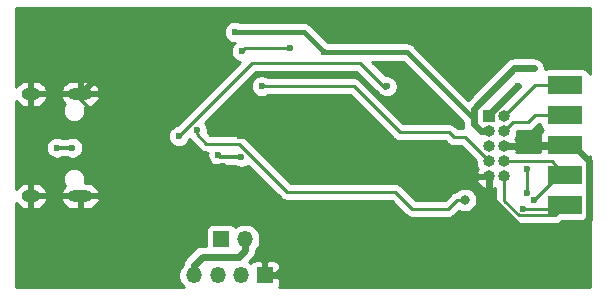
<source format=gbr>
%TF.GenerationSoftware,KiCad,Pcbnew,(5.1.9-0-10_14)*%
%TF.CreationDate,2021-03-12T08:38:00+08:00*%
%TF.ProjectId,jlinkob,6a6c696e-6b6f-4622-9e6b-696361645f70,rev?*%
%TF.SameCoordinates,Original*%
%TF.FileFunction,Copper,L2,Bot*%
%TF.FilePolarity,Positive*%
%FSLAX46Y46*%
G04 Gerber Fmt 4.6, Leading zero omitted, Abs format (unit mm)*
G04 Created by KiCad (PCBNEW (5.1.9-0-10_14)) date 2021-03-12 08:38:00*
%MOMM*%
%LPD*%
G01*
G04 APERTURE LIST*
%TA.AperFunction,SMDPad,CuDef*%
%ADD10R,2.999994X1.519936*%
%TD*%
%TA.AperFunction,ComponentPad*%
%ADD11O,1.350000X1.350000*%
%TD*%
%TA.AperFunction,ComponentPad*%
%ADD12R,1.350000X1.350000*%
%TD*%
%TA.AperFunction,ComponentPad*%
%ADD13O,1.000000X1.000000*%
%TD*%
%TA.AperFunction,ComponentPad*%
%ADD14R,1.000000X1.000000*%
%TD*%
%TA.AperFunction,ComponentPad*%
%ADD15O,2.100000X1.000000*%
%TD*%
%TA.AperFunction,ComponentPad*%
%ADD16O,1.600000X1.000000*%
%TD*%
%TA.AperFunction,ViaPad*%
%ADD17C,0.600000*%
%TD*%
%TA.AperFunction,ViaPad*%
%ADD18C,0.800000*%
%TD*%
%TA.AperFunction,Conductor*%
%ADD19C,0.300000*%
%TD*%
%TA.AperFunction,Conductor*%
%ADD20C,0.600000*%
%TD*%
%TA.AperFunction,Conductor*%
%ADD21C,0.400000*%
%TD*%
%TA.AperFunction,Conductor*%
%ADD22C,0.250000*%
%TD*%
%TA.AperFunction,Conductor*%
%ADD23C,0.254000*%
%TD*%
%TA.AperFunction,Conductor*%
%ADD24C,0.100000*%
%TD*%
G04 APERTURE END LIST*
D10*
%TO.P,J4,10*%
%TO.N,PA10*%
X147199394Y-92329746D03*
%TO.P,J4,8*%
%TO.N,PA9*%
X147199394Y-89789746D03*
%TO.P,J4,6*%
%TO.N,GND*%
X147199394Y-87249746D03*
%TO.P,J4,4*%
%TO.N,PA3*%
X147199394Y-84709746D03*
%TO.P,J4,2*%
%TO.N,PA1*%
X147199394Y-82169746D03*
%TD*%
D11*
%TO.P,J3,4*%
%TO.N,+3V3*%
X115750000Y-98300000D03*
%TO.P,J3,3*%
%TO.N,m_DIO*%
X117750000Y-98300000D03*
%TO.P,J3,2*%
%TO.N,m_CLK*%
X119750000Y-98300000D03*
D12*
%TO.P,J3,1*%
%TO.N,GND*%
X121750000Y-98300000D03*
%TD*%
D13*
%TO.P,CON1,9*%
%TO.N,GND*%
X140735000Y-89910000D03*
%TO.P,CON1,10*%
%TO.N,PA10*%
X142005000Y-89910000D03*
%TO.P,CON1,7*%
%TO.N,PA2*%
X140735000Y-88640000D03*
%TO.P,CON1,8*%
%TO.N,PA9*%
X142005000Y-88640000D03*
%TO.P,CON1,5*%
%TO.N,PA4*%
X140735000Y-87370000D03*
%TO.P,CON1,6*%
%TO.N,GND*%
X142005000Y-87370000D03*
%TO.P,CON1,3*%
%TO.N,+3V3*%
X140735000Y-86100000D03*
%TO.P,CON1,4*%
%TO.N,PA3*%
X142005000Y-86100000D03*
%TO.P,CON1,2*%
%TO.N,PA1*%
X142005000Y-84830000D03*
D14*
%TO.P,CON1,1*%
%TO.N,VBUS*%
X140735000Y-84830000D03*
%TD*%
D11*
%TO.P,J2,2*%
%TO.N,+3V3*%
X120070000Y-95230000D03*
D12*
%TO.P,J2,1*%
%TO.N,Net-(J2-Pad1)*%
X118070000Y-95230000D03*
%TD*%
D15*
%TO.P,J1,S1*%
%TO.N,GND*%
X106130000Y-91570000D03*
X106130000Y-82930000D03*
D16*
X101950000Y-82930000D03*
X101950000Y-91570000D03*
%TD*%
D17*
%TO.N,GND*%
X145542000Y-94234000D03*
X123594669Y-86545331D03*
X119629153Y-86514331D03*
X111400000Y-88630000D03*
X118244214Y-89015181D03*
X110240000Y-98350000D03*
X128400000Y-92610000D03*
X130900000Y-89840000D03*
X116056415Y-78536415D03*
X130070880Y-88254779D03*
X112370000Y-80120000D03*
%TO.N,VBUS*%
X143160000Y-82240000D03*
%TO.N,USB_DM*%
X105460000Y-87480000D03*
X104159999Y-87480437D03*
%TO.N,+3V3*%
X139446000Y-85090000D03*
X144526000Y-80772000D03*
X126780000Y-79410000D03*
X119770000Y-88260000D03*
X117830000Y-88105000D03*
X119200000Y-77680000D03*
%TO.N,PA10*%
X143592205Y-92635011D03*
%TO.N,PA9*%
X144525999Y-91910011D03*
%TO.N,PA4*%
X143978297Y-91285011D03*
X143980000Y-89265000D03*
%TO.N,PA9*%
X115990000Y-85990000D03*
D18*
X138684000Y-91910011D03*
D17*
%TO.N,PA4*%
X123880000Y-79070000D03*
X119810000Y-79330000D03*
%TO.N,PA2*%
X121486557Y-82276557D03*
%TO.N,PA10*%
X114470000Y-86500000D03*
X132083737Y-82296263D03*
%TD*%
D19*
%TO.N,GND*%
X119660153Y-86545331D02*
X119629153Y-86514331D01*
X123594669Y-86545331D02*
X119660153Y-86545331D01*
X108460000Y-91570000D02*
X106130000Y-91570000D01*
X111400000Y-88630000D02*
X108460000Y-91570000D01*
X111785181Y-89015181D02*
X111400000Y-88630000D01*
X118244214Y-89015181D02*
X111785181Y-89015181D01*
X106130000Y-83360000D02*
X106130000Y-82930000D01*
X111400000Y-88630000D02*
X106130000Y-83360000D01*
X106130000Y-94240000D02*
X106130000Y-91570000D01*
X110240000Y-98350000D02*
X106130000Y-94240000D01*
X130024000Y-94234000D02*
X128400000Y-92610000D01*
X145542000Y-94234000D02*
X130024000Y-94234000D01*
D20*
X148455107Y-94234000D02*
X145542000Y-94234000D01*
X149199392Y-93489715D02*
X148455107Y-94234000D01*
X147819361Y-87249746D02*
X149199392Y-88629777D01*
X149199392Y-88629777D02*
X149199392Y-93489715D01*
X147199394Y-87249746D02*
X147819361Y-87249746D01*
X147079140Y-87370000D02*
X147199394Y-87249746D01*
X142005000Y-87370000D02*
X147079140Y-87370000D01*
X140735000Y-91580896D02*
X140735000Y-89910000D01*
X143388104Y-94234000D02*
X140735000Y-91580896D01*
X145542000Y-94234000D02*
X143388104Y-94234000D01*
D19*
X130070880Y-89010880D02*
X130070880Y-88254779D01*
X130900000Y-89840000D02*
X130070880Y-89010880D01*
X113953585Y-78536415D02*
X112370000Y-80120000D01*
X116056415Y-78536415D02*
X113953585Y-78536415D01*
D20*
X122710000Y-98300000D02*
X128400000Y-92610000D01*
X121750000Y-98300000D02*
X122710000Y-98300000D01*
X108940000Y-80120000D02*
X106130000Y-82930000D01*
X112370000Y-80120000D02*
X108940000Y-80120000D01*
%TO.N,VBUS*%
X140735000Y-84665000D02*
X140735000Y-84830000D01*
X143160000Y-82240000D02*
X140735000Y-84665000D01*
D19*
%TO.N,USB_DM*%
X105459563Y-87480437D02*
X105460000Y-87480000D01*
X104159999Y-87480437D02*
X105459563Y-87480437D01*
D20*
%TO.N,+3V3*%
X120070000Y-96184594D02*
X119544594Y-96710000D01*
X120070000Y-95230000D02*
X120070000Y-96184594D01*
X119544594Y-96710000D02*
X116490000Y-96710000D01*
X115750000Y-97450000D02*
X115750000Y-98300000D01*
X116490000Y-96710000D02*
X115750000Y-97450000D01*
D21*
X133766000Y-79410000D02*
X126780000Y-79410000D01*
X139446000Y-85090000D02*
X133766000Y-79410000D01*
D19*
X117985000Y-88260000D02*
X117830000Y-88105000D01*
X119770000Y-88260000D02*
X117985000Y-88260000D01*
D20*
X139446000Y-84218998D02*
X139446000Y-85090000D01*
X142892998Y-80772000D02*
X139446000Y-84218998D01*
X144526000Y-80772000D02*
X142892998Y-80772000D01*
X139446000Y-85518106D02*
X139446000Y-85090000D01*
X140027894Y-86100000D02*
X139446000Y-85518106D01*
X140735000Y-86100000D02*
X140027894Y-86100000D01*
D21*
X126780000Y-79410000D02*
X125050000Y-77680000D01*
X125050000Y-77680000D02*
X119200000Y-77680000D01*
D22*
%TO.N,PA10*%
X147046648Y-92177000D02*
X147199394Y-92329746D01*
X142005000Y-89910000D02*
X142005000Y-91967000D01*
X142005000Y-91967000D02*
X143256000Y-93218000D01*
X146311140Y-93218000D02*
X147199394Y-92329746D01*
X143256000Y-93218000D02*
X146311140Y-93218000D01*
X146894129Y-92635011D02*
X147199394Y-92329746D01*
X143592205Y-92635011D02*
X146894129Y-92635011D01*
%TO.N,PA9*%
X146049648Y-88640000D02*
X147199394Y-89789746D01*
X142005000Y-88640000D02*
X146049648Y-88640000D01*
X146646264Y-89789746D02*
X147199394Y-89789746D01*
X144525999Y-91910011D02*
X146646264Y-89789746D01*
%TO.N,PA4*%
X140735000Y-87321002D02*
X140735000Y-87370000D01*
X143980000Y-91283308D02*
X143978297Y-91285011D01*
X143980000Y-89265000D02*
X143980000Y-91283308D01*
X140413997Y-87370000D02*
X140735000Y-87370000D01*
%TO.N,PA3*%
X142005000Y-86100000D02*
X142761000Y-85344000D01*
X142761000Y-85344000D02*
X144018000Y-85344000D01*
X144652254Y-84709746D02*
X147199394Y-84709746D01*
X144018000Y-85344000D02*
X144652254Y-84709746D01*
%TO.N,PA1*%
X144665254Y-82169746D02*
X147199394Y-82169746D01*
X142005000Y-84830000D02*
X144665254Y-82169746D01*
%TO.N,PA9*%
X119569332Y-87139332D02*
X116799332Y-87139332D01*
X123665001Y-91235001D02*
X119569332Y-87139332D01*
X132800001Y-91235001D02*
X123665001Y-91235001D01*
X115990000Y-86330000D02*
X115990000Y-85990000D01*
X116799332Y-87139332D02*
X115990000Y-86330000D01*
X134220001Y-92655001D02*
X132800001Y-91235001D01*
X137294999Y-92655001D02*
X134220001Y-92655001D01*
X138039989Y-91910011D02*
X137294999Y-92655001D01*
X138684000Y-91910011D02*
X138039989Y-91910011D01*
%TO.N,PA4*%
X120070000Y-79070000D02*
X119810000Y-79330000D01*
X123880000Y-79070000D02*
X120070000Y-79070000D01*
%TO.N,PA2*%
X138706707Y-86611707D02*
X140735000Y-88640000D01*
X137760973Y-86611707D02*
X138706707Y-86611707D01*
X137324896Y-86175630D02*
X137760973Y-86611707D01*
X133169990Y-86175630D02*
X137324896Y-86175630D01*
X129270917Y-82276557D02*
X133169990Y-86175630D01*
X121486557Y-82276557D02*
X129270917Y-82276557D01*
%TO.N,PA10*%
X114580000Y-86364341D02*
X114580000Y-86500000D01*
X120664341Y-80280000D02*
X120664341Y-80305659D01*
X120664341Y-80305659D02*
X114470000Y-86500000D01*
X129820000Y-80280000D02*
X120664341Y-80280000D01*
X132083737Y-82296263D02*
X131960000Y-82420000D01*
X131960000Y-82420000D02*
X129820000Y-80280000D01*
%TD*%
D23*
%TO.N,GND*%
X149315000Y-81251662D02*
X149288893Y-81165598D01*
X149229928Y-81055284D01*
X149150576Y-80958593D01*
X149053885Y-80879241D01*
X148943571Y-80820276D01*
X148823873Y-80783966D01*
X148699391Y-80771706D01*
X145699397Y-80771706D01*
X145574915Y-80783966D01*
X145461000Y-80818522D01*
X145461000Y-80817932D01*
X145465524Y-80772000D01*
X145461000Y-80726068D01*
X145461000Y-80679911D01*
X145451995Y-80634641D01*
X145447471Y-80588708D01*
X145434072Y-80544538D01*
X145425068Y-80499271D01*
X145407406Y-80456631D01*
X145394007Y-80412460D01*
X145372248Y-80371752D01*
X145354586Y-80329111D01*
X145328945Y-80290736D01*
X145307186Y-80250028D01*
X145277903Y-80214347D01*
X145252262Y-80175972D01*
X145219625Y-80143335D01*
X145190344Y-80107656D01*
X145154665Y-80078375D01*
X145122028Y-80045738D01*
X145083653Y-80020097D01*
X145047972Y-79990814D01*
X145007264Y-79969055D01*
X144968889Y-79943414D01*
X144926248Y-79925752D01*
X144885540Y-79903993D01*
X144841369Y-79890594D01*
X144798729Y-79872932D01*
X144753462Y-79863928D01*
X144709292Y-79850529D01*
X144663359Y-79846005D01*
X144618089Y-79837000D01*
X142938929Y-79837000D01*
X142892997Y-79832476D01*
X142709705Y-79850529D01*
X142656241Y-79866747D01*
X142533458Y-79903993D01*
X142371026Y-79990814D01*
X142228654Y-80107656D01*
X142199372Y-80143336D01*
X138939788Y-83402921D01*
X134385446Y-78848579D01*
X134359291Y-78816709D01*
X134232146Y-78712364D01*
X134087087Y-78634828D01*
X133929689Y-78587082D01*
X133807019Y-78575000D01*
X133807018Y-78575000D01*
X133766000Y-78570960D01*
X133724982Y-78575000D01*
X127207404Y-78575000D01*
X127068214Y-78517346D01*
X125669446Y-77118579D01*
X125643291Y-77086709D01*
X125516146Y-76982364D01*
X125371087Y-76904828D01*
X125213689Y-76857082D01*
X125091019Y-76845000D01*
X125091018Y-76845000D01*
X125050000Y-76840960D01*
X125008982Y-76845000D01*
X119627404Y-76845000D01*
X119472729Y-76780932D01*
X119292089Y-76745000D01*
X119107911Y-76745000D01*
X118927271Y-76780932D01*
X118757111Y-76851414D01*
X118603972Y-76953738D01*
X118473738Y-77083972D01*
X118371414Y-77237111D01*
X118300932Y-77407271D01*
X118265000Y-77587911D01*
X118265000Y-77772089D01*
X118300932Y-77952729D01*
X118371414Y-78122889D01*
X118473738Y-78276028D01*
X118603972Y-78406262D01*
X118757111Y-78508586D01*
X118927271Y-78579068D01*
X119107911Y-78615000D01*
X119202710Y-78615000D01*
X119083738Y-78733972D01*
X118981414Y-78887111D01*
X118910932Y-79057271D01*
X118875000Y-79237911D01*
X118875000Y-79422089D01*
X118910932Y-79602729D01*
X118981414Y-79772889D01*
X119083738Y-79926028D01*
X119213972Y-80056262D01*
X119367111Y-80158586D01*
X119537271Y-80229068D01*
X119644751Y-80250447D01*
X114318352Y-85576847D01*
X114197271Y-85600932D01*
X114027111Y-85671414D01*
X113873972Y-85773738D01*
X113743738Y-85903972D01*
X113641414Y-86057111D01*
X113570932Y-86227271D01*
X113535000Y-86407911D01*
X113535000Y-86592089D01*
X113570932Y-86772729D01*
X113641414Y-86942889D01*
X113743738Y-87096028D01*
X113873972Y-87226262D01*
X114027111Y-87328586D01*
X114197271Y-87399068D01*
X114377911Y-87435000D01*
X114562089Y-87435000D01*
X114742729Y-87399068D01*
X114912889Y-87328586D01*
X115066028Y-87226262D01*
X115196262Y-87096028D01*
X115298586Y-86942889D01*
X115369068Y-86772729D01*
X115369283Y-86771648D01*
X115387318Y-86793623D01*
X115449999Y-86870001D01*
X115479002Y-86893803D01*
X116235533Y-87650334D01*
X116259331Y-87679333D01*
X116375056Y-87774306D01*
X116507085Y-87844878D01*
X116650346Y-87888335D01*
X116761999Y-87899332D01*
X116762008Y-87899332D01*
X116799331Y-87903008D01*
X116836654Y-87899332D01*
X116917593Y-87899332D01*
X116895000Y-88012911D01*
X116895000Y-88197089D01*
X116930932Y-88377729D01*
X117001414Y-88547889D01*
X117103738Y-88701028D01*
X117233972Y-88831262D01*
X117387111Y-88933586D01*
X117557271Y-89004068D01*
X117737911Y-89040000D01*
X117895675Y-89040000D01*
X117946439Y-89045000D01*
X117946446Y-89045000D01*
X117984999Y-89048797D01*
X118023552Y-89045000D01*
X119261880Y-89045000D01*
X119327111Y-89088586D01*
X119497271Y-89159068D01*
X119677911Y-89195000D01*
X119862089Y-89195000D01*
X120042729Y-89159068D01*
X120212889Y-89088586D01*
X120351301Y-88996102D01*
X123101201Y-91746003D01*
X123125000Y-91775002D01*
X123240725Y-91869975D01*
X123372754Y-91940547D01*
X123516015Y-91984004D01*
X123627668Y-91995001D01*
X123627676Y-91995001D01*
X123665001Y-91998677D01*
X123702326Y-91995001D01*
X132485200Y-91995001D01*
X133656202Y-93166004D01*
X133680000Y-93195002D01*
X133795725Y-93289975D01*
X133927754Y-93360547D01*
X134071015Y-93404004D01*
X134182668Y-93415001D01*
X134182677Y-93415001D01*
X134220000Y-93418677D01*
X134257323Y-93415001D01*
X137257677Y-93415001D01*
X137294999Y-93418677D01*
X137332321Y-93415001D01*
X137332332Y-93415001D01*
X137443985Y-93404004D01*
X137587246Y-93360547D01*
X137719275Y-93289975D01*
X137835000Y-93195002D01*
X137858802Y-93165999D01*
X138196460Y-92828341D01*
X138382102Y-92905237D01*
X138582061Y-92945011D01*
X138785939Y-92945011D01*
X138985898Y-92905237D01*
X139174256Y-92827216D01*
X139343774Y-92713948D01*
X139487937Y-92569785D01*
X139601205Y-92400267D01*
X139679226Y-92211909D01*
X139719000Y-92011950D01*
X139719000Y-91808072D01*
X139679226Y-91608113D01*
X139601205Y-91419755D01*
X139487937Y-91250237D01*
X139343774Y-91106074D01*
X139174256Y-90992806D01*
X138985898Y-90914785D01*
X138785939Y-90875011D01*
X138582061Y-90875011D01*
X138382102Y-90914785D01*
X138193744Y-90992806D01*
X138024226Y-91106074D01*
X137977845Y-91152455D01*
X137891003Y-91161008D01*
X137747742Y-91204465D01*
X137615712Y-91275037D01*
X137532072Y-91343679D01*
X137499988Y-91370010D01*
X137476190Y-91399009D01*
X136980198Y-91895001D01*
X134534803Y-91895001D01*
X133363805Y-90724004D01*
X133340002Y-90695000D01*
X133224277Y-90600027D01*
X133092248Y-90529455D01*
X132948987Y-90485998D01*
X132837334Y-90475001D01*
X132837323Y-90475001D01*
X132800001Y-90471325D01*
X132762679Y-90475001D01*
X123979803Y-90475001D01*
X123716676Y-90211874D01*
X139640881Y-90211874D01*
X139657554Y-90266864D01*
X139747877Y-90470206D01*
X139876135Y-90652020D01*
X140037399Y-90805318D01*
X140225471Y-90924210D01*
X140433124Y-91004126D01*
X140608000Y-90879129D01*
X140608000Y-90037000D01*
X139767046Y-90037000D01*
X139640881Y-90211874D01*
X123716676Y-90211874D01*
X120133136Y-86628335D01*
X120109333Y-86599331D01*
X119993608Y-86504358D01*
X119861579Y-86433786D01*
X119718318Y-86390329D01*
X119606665Y-86379332D01*
X119606654Y-86379332D01*
X119569332Y-86375656D01*
X119532010Y-86379332D01*
X117114134Y-86379332D01*
X116907063Y-86172262D01*
X116925000Y-86082089D01*
X116925000Y-85897911D01*
X116889068Y-85717271D01*
X116818586Y-85547111D01*
X116716262Y-85393972D01*
X116683546Y-85361256D01*
X121004802Y-81040000D01*
X129505199Y-81040000D01*
X131357447Y-82892249D01*
X131357475Y-82892291D01*
X131396265Y-82931081D01*
X131419999Y-82960001D01*
X131448919Y-82983735D01*
X131487709Y-83022525D01*
X131533316Y-83052998D01*
X131535723Y-83054974D01*
X131538470Y-83056442D01*
X131640848Y-83124849D01*
X131811008Y-83195331D01*
X131991648Y-83231263D01*
X132175826Y-83231263D01*
X132356466Y-83195331D01*
X132526626Y-83124849D01*
X132679765Y-83022525D01*
X132809999Y-82892291D01*
X132912323Y-82739152D01*
X132982805Y-82568992D01*
X133018737Y-82388352D01*
X133018737Y-82204174D01*
X132982805Y-82023534D01*
X132912323Y-81853374D01*
X132809999Y-81700235D01*
X132679765Y-81570001D01*
X132526626Y-81467677D01*
X132356466Y-81397195D01*
X132175826Y-81361263D01*
X131991648Y-81361263D01*
X131978650Y-81363848D01*
X130859801Y-80245000D01*
X133420133Y-80245000D01*
X138511000Y-85335868D01*
X138511000Y-85472174D01*
X138506476Y-85518106D01*
X138524170Y-85697753D01*
X138524529Y-85701397D01*
X138570125Y-85851707D01*
X138075774Y-85851707D01*
X137888700Y-85664633D01*
X137864897Y-85635629D01*
X137749172Y-85540656D01*
X137617143Y-85470084D01*
X137473882Y-85426627D01*
X137362229Y-85415630D01*
X137362218Y-85415630D01*
X137324896Y-85411954D01*
X137287574Y-85415630D01*
X133484792Y-85415630D01*
X129834721Y-81765560D01*
X129810918Y-81736556D01*
X129695193Y-81641583D01*
X129563164Y-81571011D01*
X129419903Y-81527554D01*
X129308250Y-81516557D01*
X129308239Y-81516557D01*
X129270917Y-81512881D01*
X129233595Y-81516557D01*
X122032092Y-81516557D01*
X121929446Y-81447971D01*
X121759286Y-81377489D01*
X121578646Y-81341557D01*
X121394468Y-81341557D01*
X121213828Y-81377489D01*
X121043668Y-81447971D01*
X120890529Y-81550295D01*
X120760295Y-81680529D01*
X120657971Y-81833668D01*
X120587489Y-82003828D01*
X120551557Y-82184468D01*
X120551557Y-82368646D01*
X120587489Y-82549286D01*
X120657971Y-82719446D01*
X120760295Y-82872585D01*
X120890529Y-83002819D01*
X121043668Y-83105143D01*
X121213828Y-83175625D01*
X121394468Y-83211557D01*
X121578646Y-83211557D01*
X121759286Y-83175625D01*
X121929446Y-83105143D01*
X122032092Y-83036557D01*
X128956116Y-83036557D01*
X132606190Y-86686632D01*
X132629989Y-86715631D01*
X132658987Y-86739429D01*
X132745713Y-86810604D01*
X132845003Y-86863676D01*
X132877743Y-86881176D01*
X133021004Y-86924633D01*
X133132657Y-86935630D01*
X133132667Y-86935630D01*
X133169990Y-86939306D01*
X133207313Y-86935630D01*
X137010095Y-86935630D01*
X137197169Y-87122704D01*
X137220972Y-87151708D01*
X137286574Y-87205546D01*
X137336696Y-87246681D01*
X137414591Y-87288317D01*
X137468726Y-87317253D01*
X137611987Y-87360710D01*
X137723640Y-87371707D01*
X137723650Y-87371707D01*
X137760972Y-87375383D01*
X137798295Y-87371707D01*
X138391906Y-87371707D01*
X139600000Y-88579802D01*
X139600000Y-88751788D01*
X139643617Y-88971067D01*
X139729176Y-89177624D01*
X139797353Y-89279658D01*
X139747877Y-89349794D01*
X139657554Y-89553136D01*
X139640881Y-89608126D01*
X139767046Y-89783000D01*
X140608000Y-89783000D01*
X140608000Y-89771974D01*
X140623212Y-89775000D01*
X140846788Y-89775000D01*
X140862000Y-89771974D01*
X140862000Y-89783000D01*
X140873026Y-89783000D01*
X140870000Y-89798212D01*
X140870000Y-90021788D01*
X140873026Y-90037000D01*
X140862000Y-90037000D01*
X140862000Y-90879129D01*
X141036876Y-91004126D01*
X141244529Y-90924210D01*
X141245000Y-90923912D01*
X141245001Y-91929668D01*
X141241324Y-91967000D01*
X141255998Y-92115985D01*
X141299454Y-92259246D01*
X141370026Y-92391276D01*
X141418230Y-92450012D01*
X141465000Y-92507001D01*
X141493998Y-92530799D01*
X142692201Y-93729003D01*
X142715999Y-93758001D01*
X142831724Y-93852974D01*
X142963753Y-93923546D01*
X143107014Y-93967003D01*
X143218667Y-93978000D01*
X143218676Y-93978000D01*
X143255999Y-93981676D01*
X143293322Y-93978000D01*
X146273818Y-93978000D01*
X146311140Y-93981676D01*
X146348462Y-93978000D01*
X146348473Y-93978000D01*
X146460126Y-93967003D01*
X146603387Y-93923546D01*
X146735416Y-93852974D01*
X146851141Y-93758001D01*
X146874943Y-93728998D01*
X146876155Y-93727786D01*
X148699391Y-93727786D01*
X148823873Y-93715526D01*
X148943571Y-93679216D01*
X149053885Y-93620251D01*
X149150576Y-93540899D01*
X149229928Y-93444208D01*
X149288893Y-93333894D01*
X149315001Y-93247828D01*
X149315001Y-99315000D01*
X122963284Y-99315000D01*
X123014502Y-99219180D01*
X123050812Y-99099482D01*
X123063072Y-98975000D01*
X123060000Y-98585750D01*
X122901250Y-98427000D01*
X121877000Y-98427000D01*
X121877000Y-98447000D01*
X121623000Y-98447000D01*
X121623000Y-98427000D01*
X121603000Y-98427000D01*
X121603000Y-98173000D01*
X121623000Y-98173000D01*
X121623000Y-97148750D01*
X121877000Y-97148750D01*
X121877000Y-98173000D01*
X122901250Y-98173000D01*
X123060000Y-98014250D01*
X123063072Y-97625000D01*
X123050812Y-97500518D01*
X123014502Y-97380820D01*
X122955537Y-97270506D01*
X122876185Y-97173815D01*
X122779494Y-97094463D01*
X122669180Y-97035498D01*
X122549482Y-96999188D01*
X122425000Y-96986928D01*
X122035750Y-96990000D01*
X121877000Y-97148750D01*
X121623000Y-97148750D01*
X121464250Y-96990000D01*
X121075000Y-96986928D01*
X120950518Y-96999188D01*
X120830820Y-97035498D01*
X120720506Y-97094463D01*
X120623815Y-97173815D01*
X120552513Y-97260697D01*
X120410845Y-97166038D01*
X120698659Y-96878224D01*
X120734344Y-96848938D01*
X120851186Y-96706566D01*
X120938007Y-96544134D01*
X120991471Y-96367886D01*
X121009524Y-96184595D01*
X121005803Y-96146818D01*
X121087544Y-96065077D01*
X121230907Y-95850518D01*
X121329658Y-95612113D01*
X121380000Y-95359024D01*
X121380000Y-95100976D01*
X121329658Y-94847887D01*
X121230907Y-94609482D01*
X121087544Y-94394923D01*
X120905077Y-94212456D01*
X120690518Y-94069093D01*
X120452113Y-93970342D01*
X120199024Y-93920000D01*
X119940976Y-93920000D01*
X119687887Y-93970342D01*
X119449482Y-94069093D01*
X119267487Y-94190697D01*
X119196185Y-94103815D01*
X119099494Y-94024463D01*
X118989180Y-93965498D01*
X118869482Y-93929188D01*
X118745000Y-93916928D01*
X117395000Y-93916928D01*
X117270518Y-93929188D01*
X117150820Y-93965498D01*
X117040506Y-94024463D01*
X116943815Y-94103815D01*
X116864463Y-94200506D01*
X116805498Y-94310820D01*
X116769188Y-94430518D01*
X116756928Y-94555000D01*
X116756928Y-95775000D01*
X116535931Y-95775000D01*
X116489999Y-95770476D01*
X116306707Y-95788529D01*
X116253243Y-95804747D01*
X116130460Y-95841993D01*
X115968028Y-95928814D01*
X115825656Y-96045656D01*
X115796376Y-96081334D01*
X115121341Y-96756370D01*
X115085656Y-96785656D01*
X114968814Y-96928029D01*
X114881993Y-97090461D01*
X114856708Y-97173815D01*
X114828529Y-97266709D01*
X114817370Y-97380009D01*
X114732456Y-97464923D01*
X114589093Y-97679482D01*
X114490342Y-97917887D01*
X114440000Y-98170976D01*
X114440000Y-98429024D01*
X114490342Y-98682113D01*
X114589093Y-98920518D01*
X114732456Y-99135077D01*
X114912379Y-99315000D01*
X100685000Y-99315000D01*
X100685000Y-92170882D01*
X100757631Y-92282764D01*
X100913831Y-92443161D01*
X101098322Y-92570003D01*
X101304013Y-92658415D01*
X101523000Y-92705000D01*
X101823000Y-92705000D01*
X101823000Y-91697000D01*
X102077000Y-91697000D01*
X102077000Y-92705000D01*
X102377000Y-92705000D01*
X102595987Y-92658415D01*
X102801678Y-92570003D01*
X102986169Y-92443161D01*
X103142369Y-92282764D01*
X103264276Y-92094976D01*
X103344119Y-91871874D01*
X104485881Y-91871874D01*
X104565724Y-92094976D01*
X104687631Y-92282764D01*
X104843831Y-92443161D01*
X105028322Y-92570003D01*
X105234013Y-92658415D01*
X105453000Y-92705000D01*
X106003000Y-92705000D01*
X106003000Y-91697000D01*
X106257000Y-91697000D01*
X106257000Y-92705000D01*
X106807000Y-92705000D01*
X107025987Y-92658415D01*
X107231678Y-92570003D01*
X107416169Y-92443161D01*
X107572369Y-92282764D01*
X107694276Y-92094976D01*
X107774119Y-91871874D01*
X107647954Y-91697000D01*
X106257000Y-91697000D01*
X106003000Y-91697000D01*
X104612046Y-91697000D01*
X104485881Y-91871874D01*
X103344119Y-91871874D01*
X103217954Y-91697000D01*
X102077000Y-91697000D01*
X101823000Y-91697000D01*
X101803000Y-91697000D01*
X101803000Y-91443000D01*
X101823000Y-91443000D01*
X101823000Y-90435000D01*
X102077000Y-90435000D01*
X102077000Y-91443000D01*
X103217954Y-91443000D01*
X103344119Y-91268126D01*
X104485881Y-91268126D01*
X104612046Y-91443000D01*
X106003000Y-91443000D01*
X106003000Y-91423000D01*
X106257000Y-91423000D01*
X106257000Y-91443000D01*
X107647954Y-91443000D01*
X107774119Y-91268126D01*
X107694276Y-91045024D01*
X107572369Y-90857236D01*
X107416169Y-90696839D01*
X107231678Y-90569997D01*
X107025987Y-90481585D01*
X106807000Y-90435000D01*
X106516904Y-90435000D01*
X106523108Y-90420022D01*
X106560000Y-90234552D01*
X106560000Y-90045448D01*
X106523108Y-89859978D01*
X106450741Y-89685269D01*
X106345681Y-89528036D01*
X106211964Y-89394319D01*
X106054731Y-89289259D01*
X105880022Y-89216892D01*
X105694552Y-89180000D01*
X105505448Y-89180000D01*
X105319978Y-89216892D01*
X105145269Y-89289259D01*
X104988036Y-89394319D01*
X104854319Y-89528036D01*
X104749259Y-89685269D01*
X104676892Y-89859978D01*
X104640000Y-90045448D01*
X104640000Y-90234552D01*
X104676892Y-90420022D01*
X104749259Y-90594731D01*
X104828206Y-90712884D01*
X104687631Y-90857236D01*
X104565724Y-91045024D01*
X104485881Y-91268126D01*
X103344119Y-91268126D01*
X103264276Y-91045024D01*
X103142369Y-90857236D01*
X102986169Y-90696839D01*
X102801678Y-90569997D01*
X102595987Y-90481585D01*
X102377000Y-90435000D01*
X102077000Y-90435000D01*
X101823000Y-90435000D01*
X101523000Y-90435000D01*
X101304013Y-90481585D01*
X101098322Y-90569997D01*
X100913831Y-90696839D01*
X100757631Y-90857236D01*
X100685000Y-90969118D01*
X100685000Y-87388348D01*
X103224999Y-87388348D01*
X103224999Y-87572526D01*
X103260931Y-87753166D01*
X103331413Y-87923326D01*
X103433737Y-88076465D01*
X103563971Y-88206699D01*
X103717110Y-88309023D01*
X103887270Y-88379505D01*
X104067910Y-88415437D01*
X104252088Y-88415437D01*
X104432728Y-88379505D01*
X104602888Y-88309023D01*
X104668119Y-88265437D01*
X104952534Y-88265437D01*
X105017111Y-88308586D01*
X105187271Y-88379068D01*
X105367911Y-88415000D01*
X105552089Y-88415000D01*
X105732729Y-88379068D01*
X105902889Y-88308586D01*
X106056028Y-88206262D01*
X106186262Y-88076028D01*
X106288586Y-87922889D01*
X106359068Y-87752729D01*
X106395000Y-87572089D01*
X106395000Y-87387911D01*
X106359068Y-87207271D01*
X106288586Y-87037111D01*
X106186262Y-86883972D01*
X106056028Y-86753738D01*
X105902889Y-86651414D01*
X105732729Y-86580932D01*
X105552089Y-86545000D01*
X105367911Y-86545000D01*
X105187271Y-86580932D01*
X105017111Y-86651414D01*
X104951226Y-86695437D01*
X104668119Y-86695437D01*
X104602888Y-86651851D01*
X104432728Y-86581369D01*
X104252088Y-86545437D01*
X104067910Y-86545437D01*
X103887270Y-86581369D01*
X103717110Y-86651851D01*
X103563971Y-86754175D01*
X103433737Y-86884409D01*
X103331413Y-87037548D01*
X103260931Y-87207708D01*
X103224999Y-87388348D01*
X100685000Y-87388348D01*
X100685000Y-83530882D01*
X100757631Y-83642764D01*
X100913831Y-83803161D01*
X101098322Y-83930003D01*
X101304013Y-84018415D01*
X101523000Y-84065000D01*
X101823000Y-84065000D01*
X101823000Y-83057000D01*
X102077000Y-83057000D01*
X102077000Y-84065000D01*
X102377000Y-84065000D01*
X102595987Y-84018415D01*
X102801678Y-83930003D01*
X102986169Y-83803161D01*
X103142369Y-83642764D01*
X103264276Y-83454976D01*
X103344119Y-83231874D01*
X104485881Y-83231874D01*
X104565724Y-83454976D01*
X104687631Y-83642764D01*
X104828206Y-83787116D01*
X104749259Y-83905269D01*
X104676892Y-84079978D01*
X104640000Y-84265448D01*
X104640000Y-84454552D01*
X104676892Y-84640022D01*
X104749259Y-84814731D01*
X104854319Y-84971964D01*
X104988036Y-85105681D01*
X105145269Y-85210741D01*
X105319978Y-85283108D01*
X105505448Y-85320000D01*
X105694552Y-85320000D01*
X105880022Y-85283108D01*
X106054731Y-85210741D01*
X106211964Y-85105681D01*
X106345681Y-84971964D01*
X106450741Y-84814731D01*
X106523108Y-84640022D01*
X106560000Y-84454552D01*
X106560000Y-84265448D01*
X106523108Y-84079978D01*
X106516904Y-84065000D01*
X106807000Y-84065000D01*
X107025987Y-84018415D01*
X107231678Y-83930003D01*
X107416169Y-83803161D01*
X107572369Y-83642764D01*
X107694276Y-83454976D01*
X107774119Y-83231874D01*
X107647954Y-83057000D01*
X106257000Y-83057000D01*
X106257000Y-83077000D01*
X106003000Y-83077000D01*
X106003000Y-83057000D01*
X104612046Y-83057000D01*
X104485881Y-83231874D01*
X103344119Y-83231874D01*
X103217954Y-83057000D01*
X102077000Y-83057000D01*
X101823000Y-83057000D01*
X101803000Y-83057000D01*
X101803000Y-82803000D01*
X101823000Y-82803000D01*
X101823000Y-81795000D01*
X102077000Y-81795000D01*
X102077000Y-82803000D01*
X103217954Y-82803000D01*
X103344119Y-82628126D01*
X104485881Y-82628126D01*
X104612046Y-82803000D01*
X106003000Y-82803000D01*
X106003000Y-81795000D01*
X106257000Y-81795000D01*
X106257000Y-82803000D01*
X107647954Y-82803000D01*
X107774119Y-82628126D01*
X107694276Y-82405024D01*
X107572369Y-82217236D01*
X107416169Y-82056839D01*
X107231678Y-81929997D01*
X107025987Y-81841585D01*
X106807000Y-81795000D01*
X106257000Y-81795000D01*
X106003000Y-81795000D01*
X105453000Y-81795000D01*
X105234013Y-81841585D01*
X105028322Y-81929997D01*
X104843831Y-82056839D01*
X104687631Y-82217236D01*
X104565724Y-82405024D01*
X104485881Y-82628126D01*
X103344119Y-82628126D01*
X103264276Y-82405024D01*
X103142369Y-82217236D01*
X102986169Y-82056839D01*
X102801678Y-81929997D01*
X102595987Y-81841585D01*
X102377000Y-81795000D01*
X102077000Y-81795000D01*
X101823000Y-81795000D01*
X101523000Y-81795000D01*
X101304013Y-81841585D01*
X101098322Y-81929997D01*
X100913831Y-82056839D01*
X100757631Y-82217236D01*
X100685000Y-82329118D01*
X100685000Y-75685000D01*
X149315000Y-75685000D01*
X149315000Y-81251662D01*
%TA.AperFunction,Conductor*%
D24*
G36*
X149315000Y-81251662D02*
G01*
X149288893Y-81165598D01*
X149229928Y-81055284D01*
X149150576Y-80958593D01*
X149053885Y-80879241D01*
X148943571Y-80820276D01*
X148823873Y-80783966D01*
X148699391Y-80771706D01*
X145699397Y-80771706D01*
X145574915Y-80783966D01*
X145461000Y-80818522D01*
X145461000Y-80817932D01*
X145465524Y-80772000D01*
X145461000Y-80726068D01*
X145461000Y-80679911D01*
X145451995Y-80634641D01*
X145447471Y-80588708D01*
X145434072Y-80544538D01*
X145425068Y-80499271D01*
X145407406Y-80456631D01*
X145394007Y-80412460D01*
X145372248Y-80371752D01*
X145354586Y-80329111D01*
X145328945Y-80290736D01*
X145307186Y-80250028D01*
X145277903Y-80214347D01*
X145252262Y-80175972D01*
X145219625Y-80143335D01*
X145190344Y-80107656D01*
X145154665Y-80078375D01*
X145122028Y-80045738D01*
X145083653Y-80020097D01*
X145047972Y-79990814D01*
X145007264Y-79969055D01*
X144968889Y-79943414D01*
X144926248Y-79925752D01*
X144885540Y-79903993D01*
X144841369Y-79890594D01*
X144798729Y-79872932D01*
X144753462Y-79863928D01*
X144709292Y-79850529D01*
X144663359Y-79846005D01*
X144618089Y-79837000D01*
X142938929Y-79837000D01*
X142892997Y-79832476D01*
X142709705Y-79850529D01*
X142656241Y-79866747D01*
X142533458Y-79903993D01*
X142371026Y-79990814D01*
X142228654Y-80107656D01*
X142199372Y-80143336D01*
X138939788Y-83402921D01*
X134385446Y-78848579D01*
X134359291Y-78816709D01*
X134232146Y-78712364D01*
X134087087Y-78634828D01*
X133929689Y-78587082D01*
X133807019Y-78575000D01*
X133807018Y-78575000D01*
X133766000Y-78570960D01*
X133724982Y-78575000D01*
X127207404Y-78575000D01*
X127068214Y-78517346D01*
X125669446Y-77118579D01*
X125643291Y-77086709D01*
X125516146Y-76982364D01*
X125371087Y-76904828D01*
X125213689Y-76857082D01*
X125091019Y-76845000D01*
X125091018Y-76845000D01*
X125050000Y-76840960D01*
X125008982Y-76845000D01*
X119627404Y-76845000D01*
X119472729Y-76780932D01*
X119292089Y-76745000D01*
X119107911Y-76745000D01*
X118927271Y-76780932D01*
X118757111Y-76851414D01*
X118603972Y-76953738D01*
X118473738Y-77083972D01*
X118371414Y-77237111D01*
X118300932Y-77407271D01*
X118265000Y-77587911D01*
X118265000Y-77772089D01*
X118300932Y-77952729D01*
X118371414Y-78122889D01*
X118473738Y-78276028D01*
X118603972Y-78406262D01*
X118757111Y-78508586D01*
X118927271Y-78579068D01*
X119107911Y-78615000D01*
X119202710Y-78615000D01*
X119083738Y-78733972D01*
X118981414Y-78887111D01*
X118910932Y-79057271D01*
X118875000Y-79237911D01*
X118875000Y-79422089D01*
X118910932Y-79602729D01*
X118981414Y-79772889D01*
X119083738Y-79926028D01*
X119213972Y-80056262D01*
X119367111Y-80158586D01*
X119537271Y-80229068D01*
X119644751Y-80250447D01*
X114318352Y-85576847D01*
X114197271Y-85600932D01*
X114027111Y-85671414D01*
X113873972Y-85773738D01*
X113743738Y-85903972D01*
X113641414Y-86057111D01*
X113570932Y-86227271D01*
X113535000Y-86407911D01*
X113535000Y-86592089D01*
X113570932Y-86772729D01*
X113641414Y-86942889D01*
X113743738Y-87096028D01*
X113873972Y-87226262D01*
X114027111Y-87328586D01*
X114197271Y-87399068D01*
X114377911Y-87435000D01*
X114562089Y-87435000D01*
X114742729Y-87399068D01*
X114912889Y-87328586D01*
X115066028Y-87226262D01*
X115196262Y-87096028D01*
X115298586Y-86942889D01*
X115369068Y-86772729D01*
X115369283Y-86771648D01*
X115387318Y-86793623D01*
X115449999Y-86870001D01*
X115479002Y-86893803D01*
X116235533Y-87650334D01*
X116259331Y-87679333D01*
X116375056Y-87774306D01*
X116507085Y-87844878D01*
X116650346Y-87888335D01*
X116761999Y-87899332D01*
X116762008Y-87899332D01*
X116799331Y-87903008D01*
X116836654Y-87899332D01*
X116917593Y-87899332D01*
X116895000Y-88012911D01*
X116895000Y-88197089D01*
X116930932Y-88377729D01*
X117001414Y-88547889D01*
X117103738Y-88701028D01*
X117233972Y-88831262D01*
X117387111Y-88933586D01*
X117557271Y-89004068D01*
X117737911Y-89040000D01*
X117895675Y-89040000D01*
X117946439Y-89045000D01*
X117946446Y-89045000D01*
X117984999Y-89048797D01*
X118023552Y-89045000D01*
X119261880Y-89045000D01*
X119327111Y-89088586D01*
X119497271Y-89159068D01*
X119677911Y-89195000D01*
X119862089Y-89195000D01*
X120042729Y-89159068D01*
X120212889Y-89088586D01*
X120351301Y-88996102D01*
X123101201Y-91746003D01*
X123125000Y-91775002D01*
X123240725Y-91869975D01*
X123372754Y-91940547D01*
X123516015Y-91984004D01*
X123627668Y-91995001D01*
X123627676Y-91995001D01*
X123665001Y-91998677D01*
X123702326Y-91995001D01*
X132485200Y-91995001D01*
X133656202Y-93166004D01*
X133680000Y-93195002D01*
X133795725Y-93289975D01*
X133927754Y-93360547D01*
X134071015Y-93404004D01*
X134182668Y-93415001D01*
X134182677Y-93415001D01*
X134220000Y-93418677D01*
X134257323Y-93415001D01*
X137257677Y-93415001D01*
X137294999Y-93418677D01*
X137332321Y-93415001D01*
X137332332Y-93415001D01*
X137443985Y-93404004D01*
X137587246Y-93360547D01*
X137719275Y-93289975D01*
X137835000Y-93195002D01*
X137858802Y-93165999D01*
X138196460Y-92828341D01*
X138382102Y-92905237D01*
X138582061Y-92945011D01*
X138785939Y-92945011D01*
X138985898Y-92905237D01*
X139174256Y-92827216D01*
X139343774Y-92713948D01*
X139487937Y-92569785D01*
X139601205Y-92400267D01*
X139679226Y-92211909D01*
X139719000Y-92011950D01*
X139719000Y-91808072D01*
X139679226Y-91608113D01*
X139601205Y-91419755D01*
X139487937Y-91250237D01*
X139343774Y-91106074D01*
X139174256Y-90992806D01*
X138985898Y-90914785D01*
X138785939Y-90875011D01*
X138582061Y-90875011D01*
X138382102Y-90914785D01*
X138193744Y-90992806D01*
X138024226Y-91106074D01*
X137977845Y-91152455D01*
X137891003Y-91161008D01*
X137747742Y-91204465D01*
X137615712Y-91275037D01*
X137532072Y-91343679D01*
X137499988Y-91370010D01*
X137476190Y-91399009D01*
X136980198Y-91895001D01*
X134534803Y-91895001D01*
X133363805Y-90724004D01*
X133340002Y-90695000D01*
X133224277Y-90600027D01*
X133092248Y-90529455D01*
X132948987Y-90485998D01*
X132837334Y-90475001D01*
X132837323Y-90475001D01*
X132800001Y-90471325D01*
X132762679Y-90475001D01*
X123979803Y-90475001D01*
X123716676Y-90211874D01*
X139640881Y-90211874D01*
X139657554Y-90266864D01*
X139747877Y-90470206D01*
X139876135Y-90652020D01*
X140037399Y-90805318D01*
X140225471Y-90924210D01*
X140433124Y-91004126D01*
X140608000Y-90879129D01*
X140608000Y-90037000D01*
X139767046Y-90037000D01*
X139640881Y-90211874D01*
X123716676Y-90211874D01*
X120133136Y-86628335D01*
X120109333Y-86599331D01*
X119993608Y-86504358D01*
X119861579Y-86433786D01*
X119718318Y-86390329D01*
X119606665Y-86379332D01*
X119606654Y-86379332D01*
X119569332Y-86375656D01*
X119532010Y-86379332D01*
X117114134Y-86379332D01*
X116907063Y-86172262D01*
X116925000Y-86082089D01*
X116925000Y-85897911D01*
X116889068Y-85717271D01*
X116818586Y-85547111D01*
X116716262Y-85393972D01*
X116683546Y-85361256D01*
X121004802Y-81040000D01*
X129505199Y-81040000D01*
X131357447Y-82892249D01*
X131357475Y-82892291D01*
X131396265Y-82931081D01*
X131419999Y-82960001D01*
X131448919Y-82983735D01*
X131487709Y-83022525D01*
X131533316Y-83052998D01*
X131535723Y-83054974D01*
X131538470Y-83056442D01*
X131640848Y-83124849D01*
X131811008Y-83195331D01*
X131991648Y-83231263D01*
X132175826Y-83231263D01*
X132356466Y-83195331D01*
X132526626Y-83124849D01*
X132679765Y-83022525D01*
X132809999Y-82892291D01*
X132912323Y-82739152D01*
X132982805Y-82568992D01*
X133018737Y-82388352D01*
X133018737Y-82204174D01*
X132982805Y-82023534D01*
X132912323Y-81853374D01*
X132809999Y-81700235D01*
X132679765Y-81570001D01*
X132526626Y-81467677D01*
X132356466Y-81397195D01*
X132175826Y-81361263D01*
X131991648Y-81361263D01*
X131978650Y-81363848D01*
X130859801Y-80245000D01*
X133420133Y-80245000D01*
X138511000Y-85335868D01*
X138511000Y-85472174D01*
X138506476Y-85518106D01*
X138524170Y-85697753D01*
X138524529Y-85701397D01*
X138570125Y-85851707D01*
X138075774Y-85851707D01*
X137888700Y-85664633D01*
X137864897Y-85635629D01*
X137749172Y-85540656D01*
X137617143Y-85470084D01*
X137473882Y-85426627D01*
X137362229Y-85415630D01*
X137362218Y-85415630D01*
X137324896Y-85411954D01*
X137287574Y-85415630D01*
X133484792Y-85415630D01*
X129834721Y-81765560D01*
X129810918Y-81736556D01*
X129695193Y-81641583D01*
X129563164Y-81571011D01*
X129419903Y-81527554D01*
X129308250Y-81516557D01*
X129308239Y-81516557D01*
X129270917Y-81512881D01*
X129233595Y-81516557D01*
X122032092Y-81516557D01*
X121929446Y-81447971D01*
X121759286Y-81377489D01*
X121578646Y-81341557D01*
X121394468Y-81341557D01*
X121213828Y-81377489D01*
X121043668Y-81447971D01*
X120890529Y-81550295D01*
X120760295Y-81680529D01*
X120657971Y-81833668D01*
X120587489Y-82003828D01*
X120551557Y-82184468D01*
X120551557Y-82368646D01*
X120587489Y-82549286D01*
X120657971Y-82719446D01*
X120760295Y-82872585D01*
X120890529Y-83002819D01*
X121043668Y-83105143D01*
X121213828Y-83175625D01*
X121394468Y-83211557D01*
X121578646Y-83211557D01*
X121759286Y-83175625D01*
X121929446Y-83105143D01*
X122032092Y-83036557D01*
X128956116Y-83036557D01*
X132606190Y-86686632D01*
X132629989Y-86715631D01*
X132658987Y-86739429D01*
X132745713Y-86810604D01*
X132845003Y-86863676D01*
X132877743Y-86881176D01*
X133021004Y-86924633D01*
X133132657Y-86935630D01*
X133132667Y-86935630D01*
X133169990Y-86939306D01*
X133207313Y-86935630D01*
X137010095Y-86935630D01*
X137197169Y-87122704D01*
X137220972Y-87151708D01*
X137286574Y-87205546D01*
X137336696Y-87246681D01*
X137414591Y-87288317D01*
X137468726Y-87317253D01*
X137611987Y-87360710D01*
X137723640Y-87371707D01*
X137723650Y-87371707D01*
X137760972Y-87375383D01*
X137798295Y-87371707D01*
X138391906Y-87371707D01*
X139600000Y-88579802D01*
X139600000Y-88751788D01*
X139643617Y-88971067D01*
X139729176Y-89177624D01*
X139797353Y-89279658D01*
X139747877Y-89349794D01*
X139657554Y-89553136D01*
X139640881Y-89608126D01*
X139767046Y-89783000D01*
X140608000Y-89783000D01*
X140608000Y-89771974D01*
X140623212Y-89775000D01*
X140846788Y-89775000D01*
X140862000Y-89771974D01*
X140862000Y-89783000D01*
X140873026Y-89783000D01*
X140870000Y-89798212D01*
X140870000Y-90021788D01*
X140873026Y-90037000D01*
X140862000Y-90037000D01*
X140862000Y-90879129D01*
X141036876Y-91004126D01*
X141244529Y-90924210D01*
X141245000Y-90923912D01*
X141245001Y-91929668D01*
X141241324Y-91967000D01*
X141255998Y-92115985D01*
X141299454Y-92259246D01*
X141370026Y-92391276D01*
X141418230Y-92450012D01*
X141465000Y-92507001D01*
X141493998Y-92530799D01*
X142692201Y-93729003D01*
X142715999Y-93758001D01*
X142831724Y-93852974D01*
X142963753Y-93923546D01*
X143107014Y-93967003D01*
X143218667Y-93978000D01*
X143218676Y-93978000D01*
X143255999Y-93981676D01*
X143293322Y-93978000D01*
X146273818Y-93978000D01*
X146311140Y-93981676D01*
X146348462Y-93978000D01*
X146348473Y-93978000D01*
X146460126Y-93967003D01*
X146603387Y-93923546D01*
X146735416Y-93852974D01*
X146851141Y-93758001D01*
X146874943Y-93728998D01*
X146876155Y-93727786D01*
X148699391Y-93727786D01*
X148823873Y-93715526D01*
X148943571Y-93679216D01*
X149053885Y-93620251D01*
X149150576Y-93540899D01*
X149229928Y-93444208D01*
X149288893Y-93333894D01*
X149315001Y-93247828D01*
X149315001Y-99315000D01*
X122963284Y-99315000D01*
X123014502Y-99219180D01*
X123050812Y-99099482D01*
X123063072Y-98975000D01*
X123060000Y-98585750D01*
X122901250Y-98427000D01*
X121877000Y-98427000D01*
X121877000Y-98447000D01*
X121623000Y-98447000D01*
X121623000Y-98427000D01*
X121603000Y-98427000D01*
X121603000Y-98173000D01*
X121623000Y-98173000D01*
X121623000Y-97148750D01*
X121877000Y-97148750D01*
X121877000Y-98173000D01*
X122901250Y-98173000D01*
X123060000Y-98014250D01*
X123063072Y-97625000D01*
X123050812Y-97500518D01*
X123014502Y-97380820D01*
X122955537Y-97270506D01*
X122876185Y-97173815D01*
X122779494Y-97094463D01*
X122669180Y-97035498D01*
X122549482Y-96999188D01*
X122425000Y-96986928D01*
X122035750Y-96990000D01*
X121877000Y-97148750D01*
X121623000Y-97148750D01*
X121464250Y-96990000D01*
X121075000Y-96986928D01*
X120950518Y-96999188D01*
X120830820Y-97035498D01*
X120720506Y-97094463D01*
X120623815Y-97173815D01*
X120552513Y-97260697D01*
X120410845Y-97166038D01*
X120698659Y-96878224D01*
X120734344Y-96848938D01*
X120851186Y-96706566D01*
X120938007Y-96544134D01*
X120991471Y-96367886D01*
X121009524Y-96184595D01*
X121005803Y-96146818D01*
X121087544Y-96065077D01*
X121230907Y-95850518D01*
X121329658Y-95612113D01*
X121380000Y-95359024D01*
X121380000Y-95100976D01*
X121329658Y-94847887D01*
X121230907Y-94609482D01*
X121087544Y-94394923D01*
X120905077Y-94212456D01*
X120690518Y-94069093D01*
X120452113Y-93970342D01*
X120199024Y-93920000D01*
X119940976Y-93920000D01*
X119687887Y-93970342D01*
X119449482Y-94069093D01*
X119267487Y-94190697D01*
X119196185Y-94103815D01*
X119099494Y-94024463D01*
X118989180Y-93965498D01*
X118869482Y-93929188D01*
X118745000Y-93916928D01*
X117395000Y-93916928D01*
X117270518Y-93929188D01*
X117150820Y-93965498D01*
X117040506Y-94024463D01*
X116943815Y-94103815D01*
X116864463Y-94200506D01*
X116805498Y-94310820D01*
X116769188Y-94430518D01*
X116756928Y-94555000D01*
X116756928Y-95775000D01*
X116535931Y-95775000D01*
X116489999Y-95770476D01*
X116306707Y-95788529D01*
X116253243Y-95804747D01*
X116130460Y-95841993D01*
X115968028Y-95928814D01*
X115825656Y-96045656D01*
X115796376Y-96081334D01*
X115121341Y-96756370D01*
X115085656Y-96785656D01*
X114968814Y-96928029D01*
X114881993Y-97090461D01*
X114856708Y-97173815D01*
X114828529Y-97266709D01*
X114817370Y-97380009D01*
X114732456Y-97464923D01*
X114589093Y-97679482D01*
X114490342Y-97917887D01*
X114440000Y-98170976D01*
X114440000Y-98429024D01*
X114490342Y-98682113D01*
X114589093Y-98920518D01*
X114732456Y-99135077D01*
X114912379Y-99315000D01*
X100685000Y-99315000D01*
X100685000Y-92170882D01*
X100757631Y-92282764D01*
X100913831Y-92443161D01*
X101098322Y-92570003D01*
X101304013Y-92658415D01*
X101523000Y-92705000D01*
X101823000Y-92705000D01*
X101823000Y-91697000D01*
X102077000Y-91697000D01*
X102077000Y-92705000D01*
X102377000Y-92705000D01*
X102595987Y-92658415D01*
X102801678Y-92570003D01*
X102986169Y-92443161D01*
X103142369Y-92282764D01*
X103264276Y-92094976D01*
X103344119Y-91871874D01*
X104485881Y-91871874D01*
X104565724Y-92094976D01*
X104687631Y-92282764D01*
X104843831Y-92443161D01*
X105028322Y-92570003D01*
X105234013Y-92658415D01*
X105453000Y-92705000D01*
X106003000Y-92705000D01*
X106003000Y-91697000D01*
X106257000Y-91697000D01*
X106257000Y-92705000D01*
X106807000Y-92705000D01*
X107025987Y-92658415D01*
X107231678Y-92570003D01*
X107416169Y-92443161D01*
X107572369Y-92282764D01*
X107694276Y-92094976D01*
X107774119Y-91871874D01*
X107647954Y-91697000D01*
X106257000Y-91697000D01*
X106003000Y-91697000D01*
X104612046Y-91697000D01*
X104485881Y-91871874D01*
X103344119Y-91871874D01*
X103217954Y-91697000D01*
X102077000Y-91697000D01*
X101823000Y-91697000D01*
X101803000Y-91697000D01*
X101803000Y-91443000D01*
X101823000Y-91443000D01*
X101823000Y-90435000D01*
X102077000Y-90435000D01*
X102077000Y-91443000D01*
X103217954Y-91443000D01*
X103344119Y-91268126D01*
X104485881Y-91268126D01*
X104612046Y-91443000D01*
X106003000Y-91443000D01*
X106003000Y-91423000D01*
X106257000Y-91423000D01*
X106257000Y-91443000D01*
X107647954Y-91443000D01*
X107774119Y-91268126D01*
X107694276Y-91045024D01*
X107572369Y-90857236D01*
X107416169Y-90696839D01*
X107231678Y-90569997D01*
X107025987Y-90481585D01*
X106807000Y-90435000D01*
X106516904Y-90435000D01*
X106523108Y-90420022D01*
X106560000Y-90234552D01*
X106560000Y-90045448D01*
X106523108Y-89859978D01*
X106450741Y-89685269D01*
X106345681Y-89528036D01*
X106211964Y-89394319D01*
X106054731Y-89289259D01*
X105880022Y-89216892D01*
X105694552Y-89180000D01*
X105505448Y-89180000D01*
X105319978Y-89216892D01*
X105145269Y-89289259D01*
X104988036Y-89394319D01*
X104854319Y-89528036D01*
X104749259Y-89685269D01*
X104676892Y-89859978D01*
X104640000Y-90045448D01*
X104640000Y-90234552D01*
X104676892Y-90420022D01*
X104749259Y-90594731D01*
X104828206Y-90712884D01*
X104687631Y-90857236D01*
X104565724Y-91045024D01*
X104485881Y-91268126D01*
X103344119Y-91268126D01*
X103264276Y-91045024D01*
X103142369Y-90857236D01*
X102986169Y-90696839D01*
X102801678Y-90569997D01*
X102595987Y-90481585D01*
X102377000Y-90435000D01*
X102077000Y-90435000D01*
X101823000Y-90435000D01*
X101523000Y-90435000D01*
X101304013Y-90481585D01*
X101098322Y-90569997D01*
X100913831Y-90696839D01*
X100757631Y-90857236D01*
X100685000Y-90969118D01*
X100685000Y-87388348D01*
X103224999Y-87388348D01*
X103224999Y-87572526D01*
X103260931Y-87753166D01*
X103331413Y-87923326D01*
X103433737Y-88076465D01*
X103563971Y-88206699D01*
X103717110Y-88309023D01*
X103887270Y-88379505D01*
X104067910Y-88415437D01*
X104252088Y-88415437D01*
X104432728Y-88379505D01*
X104602888Y-88309023D01*
X104668119Y-88265437D01*
X104952534Y-88265437D01*
X105017111Y-88308586D01*
X105187271Y-88379068D01*
X105367911Y-88415000D01*
X105552089Y-88415000D01*
X105732729Y-88379068D01*
X105902889Y-88308586D01*
X106056028Y-88206262D01*
X106186262Y-88076028D01*
X106288586Y-87922889D01*
X106359068Y-87752729D01*
X106395000Y-87572089D01*
X106395000Y-87387911D01*
X106359068Y-87207271D01*
X106288586Y-87037111D01*
X106186262Y-86883972D01*
X106056028Y-86753738D01*
X105902889Y-86651414D01*
X105732729Y-86580932D01*
X105552089Y-86545000D01*
X105367911Y-86545000D01*
X105187271Y-86580932D01*
X105017111Y-86651414D01*
X104951226Y-86695437D01*
X104668119Y-86695437D01*
X104602888Y-86651851D01*
X104432728Y-86581369D01*
X104252088Y-86545437D01*
X104067910Y-86545437D01*
X103887270Y-86581369D01*
X103717110Y-86651851D01*
X103563971Y-86754175D01*
X103433737Y-86884409D01*
X103331413Y-87037548D01*
X103260931Y-87207708D01*
X103224999Y-87388348D01*
X100685000Y-87388348D01*
X100685000Y-83530882D01*
X100757631Y-83642764D01*
X100913831Y-83803161D01*
X101098322Y-83930003D01*
X101304013Y-84018415D01*
X101523000Y-84065000D01*
X101823000Y-84065000D01*
X101823000Y-83057000D01*
X102077000Y-83057000D01*
X102077000Y-84065000D01*
X102377000Y-84065000D01*
X102595987Y-84018415D01*
X102801678Y-83930003D01*
X102986169Y-83803161D01*
X103142369Y-83642764D01*
X103264276Y-83454976D01*
X103344119Y-83231874D01*
X104485881Y-83231874D01*
X104565724Y-83454976D01*
X104687631Y-83642764D01*
X104828206Y-83787116D01*
X104749259Y-83905269D01*
X104676892Y-84079978D01*
X104640000Y-84265448D01*
X104640000Y-84454552D01*
X104676892Y-84640022D01*
X104749259Y-84814731D01*
X104854319Y-84971964D01*
X104988036Y-85105681D01*
X105145269Y-85210741D01*
X105319978Y-85283108D01*
X105505448Y-85320000D01*
X105694552Y-85320000D01*
X105880022Y-85283108D01*
X106054731Y-85210741D01*
X106211964Y-85105681D01*
X106345681Y-84971964D01*
X106450741Y-84814731D01*
X106523108Y-84640022D01*
X106560000Y-84454552D01*
X106560000Y-84265448D01*
X106523108Y-84079978D01*
X106516904Y-84065000D01*
X106807000Y-84065000D01*
X107025987Y-84018415D01*
X107231678Y-83930003D01*
X107416169Y-83803161D01*
X107572369Y-83642764D01*
X107694276Y-83454976D01*
X107774119Y-83231874D01*
X107647954Y-83057000D01*
X106257000Y-83057000D01*
X106257000Y-83077000D01*
X106003000Y-83077000D01*
X106003000Y-83057000D01*
X104612046Y-83057000D01*
X104485881Y-83231874D01*
X103344119Y-83231874D01*
X103217954Y-83057000D01*
X102077000Y-83057000D01*
X101823000Y-83057000D01*
X101803000Y-83057000D01*
X101803000Y-82803000D01*
X101823000Y-82803000D01*
X101823000Y-81795000D01*
X102077000Y-81795000D01*
X102077000Y-82803000D01*
X103217954Y-82803000D01*
X103344119Y-82628126D01*
X104485881Y-82628126D01*
X104612046Y-82803000D01*
X106003000Y-82803000D01*
X106003000Y-81795000D01*
X106257000Y-81795000D01*
X106257000Y-82803000D01*
X107647954Y-82803000D01*
X107774119Y-82628126D01*
X107694276Y-82405024D01*
X107572369Y-82217236D01*
X107416169Y-82056839D01*
X107231678Y-81929997D01*
X107025987Y-81841585D01*
X106807000Y-81795000D01*
X106257000Y-81795000D01*
X106003000Y-81795000D01*
X105453000Y-81795000D01*
X105234013Y-81841585D01*
X105028322Y-81929997D01*
X104843831Y-82056839D01*
X104687631Y-82217236D01*
X104565724Y-82405024D01*
X104485881Y-82628126D01*
X103344119Y-82628126D01*
X103264276Y-82405024D01*
X103142369Y-82217236D01*
X102986169Y-82056839D01*
X102801678Y-81929997D01*
X102595987Y-81841585D01*
X102377000Y-81795000D01*
X102077000Y-81795000D01*
X101823000Y-81795000D01*
X101523000Y-81795000D01*
X101304013Y-81841585D01*
X101098322Y-81929997D01*
X100913831Y-82056839D01*
X100757631Y-82217236D01*
X100685000Y-82329118D01*
X100685000Y-75685000D01*
X149315000Y-75685000D01*
X149315000Y-81251662D01*
G37*
%TD.AperFunction*%
D23*
X149315001Y-88871663D02*
X149288893Y-88785598D01*
X149229928Y-88675284D01*
X149150576Y-88578593D01*
X149078870Y-88519746D01*
X149150576Y-88460899D01*
X149229928Y-88364208D01*
X149288893Y-88253894D01*
X149315001Y-88167829D01*
X149315001Y-88871663D01*
%TA.AperFunction,Conductor*%
D24*
G36*
X149315001Y-88871663D02*
G01*
X149288893Y-88785598D01*
X149229928Y-88675284D01*
X149150576Y-88578593D01*
X149078870Y-88519746D01*
X149150576Y-88460899D01*
X149229928Y-88364208D01*
X149288893Y-88253894D01*
X149315001Y-88167829D01*
X149315001Y-88871663D01*
G37*
%TD.AperFunction*%
D23*
X145073585Y-85594196D02*
X145109895Y-85713894D01*
X145168860Y-85824208D01*
X145248212Y-85920899D01*
X145319918Y-85979746D01*
X145248212Y-86038593D01*
X145168860Y-86135284D01*
X145109895Y-86245598D01*
X145073585Y-86365296D01*
X145061325Y-86489778D01*
X145064397Y-86963996D01*
X145223147Y-87122746D01*
X147072394Y-87122746D01*
X147072394Y-87102746D01*
X147326394Y-87102746D01*
X147326394Y-87122746D01*
X147346394Y-87122746D01*
X147346394Y-87376746D01*
X147326394Y-87376746D01*
X147326394Y-87396746D01*
X147072394Y-87396746D01*
X147072394Y-87376746D01*
X145223147Y-87376746D01*
X145064397Y-87535496D01*
X145062165Y-87880000D01*
X143014424Y-87880000D01*
X143082446Y-87726864D01*
X143099119Y-87671874D01*
X142972954Y-87497000D01*
X142132000Y-87497000D01*
X142132000Y-87508026D01*
X142116788Y-87505000D01*
X141893212Y-87505000D01*
X141878000Y-87508026D01*
X141878000Y-87497000D01*
X141866974Y-87497000D01*
X141870000Y-87481788D01*
X141870000Y-87258212D01*
X141866974Y-87243000D01*
X141878000Y-87243000D01*
X141878000Y-87231974D01*
X141893212Y-87235000D01*
X142116788Y-87235000D01*
X142132000Y-87231974D01*
X142132000Y-87243000D01*
X142972954Y-87243000D01*
X143099119Y-87068126D01*
X143082446Y-87013136D01*
X142992123Y-86809794D01*
X142942647Y-86739658D01*
X143010824Y-86637624D01*
X143096383Y-86431067D01*
X143140000Y-86211788D01*
X143140000Y-86104000D01*
X143980678Y-86104000D01*
X144018000Y-86107676D01*
X144055322Y-86104000D01*
X144055333Y-86104000D01*
X144166986Y-86093003D01*
X144310247Y-86049546D01*
X144442276Y-85978974D01*
X144558001Y-85884001D01*
X144581803Y-85854998D01*
X144967056Y-85469746D01*
X145061328Y-85469746D01*
X145073585Y-85594196D01*
%TA.AperFunction,Conductor*%
D24*
G36*
X145073585Y-85594196D02*
G01*
X145109895Y-85713894D01*
X145168860Y-85824208D01*
X145248212Y-85920899D01*
X145319918Y-85979746D01*
X145248212Y-86038593D01*
X145168860Y-86135284D01*
X145109895Y-86245598D01*
X145073585Y-86365296D01*
X145061325Y-86489778D01*
X145064397Y-86963996D01*
X145223147Y-87122746D01*
X147072394Y-87122746D01*
X147072394Y-87102746D01*
X147326394Y-87102746D01*
X147326394Y-87122746D01*
X147346394Y-87122746D01*
X147346394Y-87376746D01*
X147326394Y-87376746D01*
X147326394Y-87396746D01*
X147072394Y-87396746D01*
X147072394Y-87376746D01*
X145223147Y-87376746D01*
X145064397Y-87535496D01*
X145062165Y-87880000D01*
X143014424Y-87880000D01*
X143082446Y-87726864D01*
X143099119Y-87671874D01*
X142972954Y-87497000D01*
X142132000Y-87497000D01*
X142132000Y-87508026D01*
X142116788Y-87505000D01*
X141893212Y-87505000D01*
X141878000Y-87508026D01*
X141878000Y-87497000D01*
X141866974Y-87497000D01*
X141870000Y-87481788D01*
X141870000Y-87258212D01*
X141866974Y-87243000D01*
X141878000Y-87243000D01*
X141878000Y-87231974D01*
X141893212Y-87235000D01*
X142116788Y-87235000D01*
X142132000Y-87231974D01*
X142132000Y-87243000D01*
X142972954Y-87243000D01*
X143099119Y-87068126D01*
X143082446Y-87013136D01*
X142992123Y-86809794D01*
X142942647Y-86739658D01*
X143010824Y-86637624D01*
X143096383Y-86431067D01*
X143140000Y-86211788D01*
X143140000Y-86104000D01*
X143980678Y-86104000D01*
X144018000Y-86107676D01*
X144055322Y-86104000D01*
X144055333Y-86104000D01*
X144166986Y-86093003D01*
X144310247Y-86049546D01*
X144442276Y-85978974D01*
X144558001Y-85884001D01*
X144581803Y-85854998D01*
X144967056Y-85469746D01*
X145061328Y-85469746D01*
X145073585Y-85594196D01*
G37*
%TD.AperFunction*%
%TD*%
M02*

</source>
